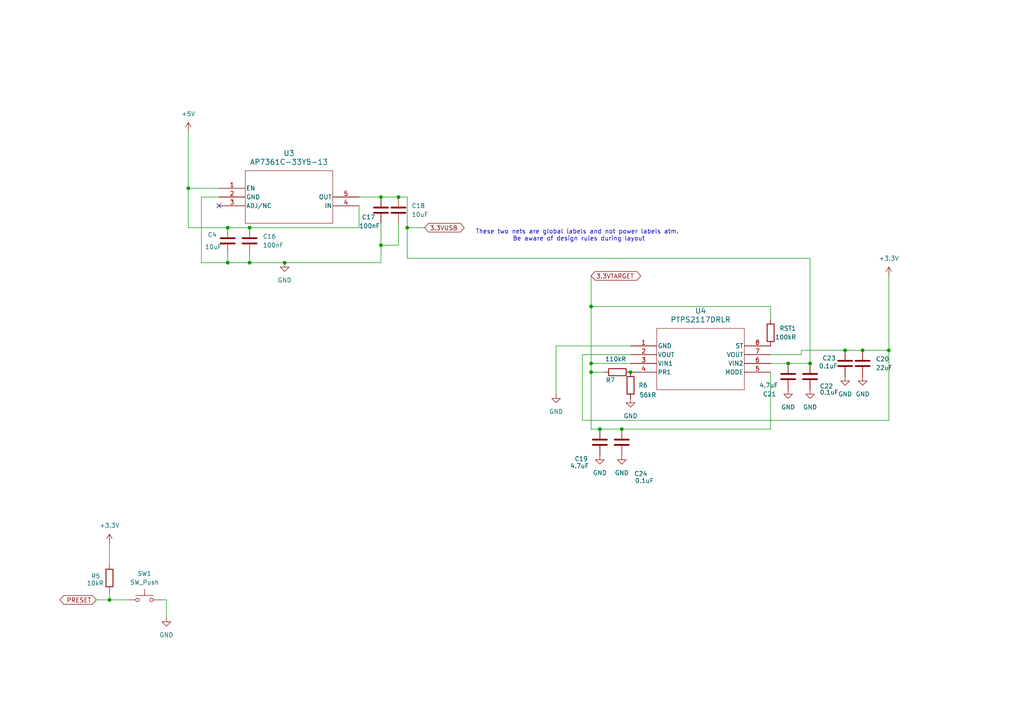
<source format=kicad_sch>
(kicad_sch (version 20250114) (generator "eeschema") (generator_version "9.0")
  (paper "A4")
  (lib_symbols
    (symbol "Device:C" (pin_numbers (hide yes)) (pin_names (offset 0.254))
      (property "Reference" "C" (at 0.635 2.54 0))
      (property "Value" "C" (at 0.635 -2.54 0))
      (symbol "C_0_1"
        (polyline (pts (xy -2.032 0.762) (xy 2.032 0.762)) (stroke (width 0.508)))
        (polyline (pts (xy -2.032 -0.762) (xy 2.032 -0.762)) (stroke (width 0.508)))
      )
      (symbol "C_1_1"
        (pin passive line (at 0 3.81 270) (length 2.794) (name "~") (number "1"))
        (pin passive line (at 0 -3.81 90) (length 2.794) (name "~") (number "2"))
      )
    )
    (symbol "Device:R" (pin_numbers (hide yes)) (pin_names (offset 0))
      (property "Reference" "R" (at 2.032 0 90))
      (property "Value" "R" (at 0 0 90))
      (symbol "R_0_1"
        (rectangle (start -1.016 -2.54) (end 1.016 2.54) (stroke (width 0.254)))
      )
      (symbol "R_1_1"
        (pin passive line (at 0 3.81 270) (length 1.27) (name "~") (number "1"))
        (pin passive line (at 0 -3.81 90) (length 1.27) (name "~") (number "2"))
      )
    )
    (symbol "LDO_ShamanLink:AP7361C-33Y5-13" (pin_names (offset 0.254))
      (property "Reference" "U" (at 20.32 10.16 0))
      (property "Value" "AP7361C-33Y5-13" (at 20.32 7.62 0))
      (symbol "AP7361C-33Y5-13_0_1"
        (polyline (pts (xy 7.62 5.08) (xy 7.62 -10.16)) (stroke (width 0.127)))
        (polyline (pts (xy 7.62 -10.16) (xy 33.02 -10.16)) (stroke (width 0.127)))
        (polyline (pts (xy 33.02 5.08) (xy 7.62 5.08)) (stroke (width 0.127)))
        (polyline (pts (xy 33.02 -10.16) (xy 33.02 5.08)) (stroke (width 0.127)))
        (pin input line (at 0 0 0) (length 7.62) (name "EN") (number "1"))
        (pin power_out line (at 0 -2.54 0) (length 7.62) (name "GND") (number "2"))
        (pin unspecified line (at 0 -5.08 0) (length 7.62) (name "ADJ/NC") (number "3"))
        (pin power_in line (at 40.64 -2.54 180) (length 7.62) (name "OUT") (number "5"))
        (pin power_in line (at 40.64 -5.08 180) (length 7.62) (name "IN") (number "4"))
      )
    )
    (symbol "Switch:SW_Push" (pin_numbers (hide yes)) (pin_names (offset 1.016) (hide yes))
      (property "Reference" "SW" (at 1.27 2.54 0))
      (property "Value" "SW_Push" (at 0 -1.524 0))
      (symbol "SW_Push_0_1"
        (circle (center -2.032 0) (radius 0.508))
        (polyline (pts (xy 0 1.27) (xy 0 3.048)))
        (circle (center 2.032 0) (radius 0.508))
        (polyline (pts (xy 2.54 1.27) (xy -2.54 1.27)))
        (pin passive line (at -5.08 0 0) (length 2.54) (name "1") (number "1"))
        (pin passive line (at 5.08 0 180) (length 2.54) (name "2") (number "2"))
      )
    )
    (symbol "TPS2117:PTPS2117DRLR" (pin_names (offset 0.254))
      (property "Reference" "U" (at 20.32 10.16 0))
      (property "Value" "PTPS2117DRLR" (at 20.32 7.62 0))
      (symbol "PTPS2117DRLR_0_1"
        (polyline (pts (xy 7.62 5.08) (xy 7.62 -12.7)) (stroke (width 0.127)))
        (polyline (pts (xy 7.62 -12.7) (xy 33.02 -12.7)) (stroke (width 0.127)))
        (polyline (pts (xy 33.02 5.08) (xy 7.62 5.08)) (stroke (width 0.127)))
        (polyline (pts (xy 33.02 -12.7) (xy 33.02 5.08)) (stroke (width 0.127)))
        (pin power_out line (at 0 0 0) (length 7.62) (name "GND") (number "1"))
        (pin output line (at 0 -2.54 0) (length 7.62) (name "VOUT") (number "2"))
        (pin input line (at 0 -5.08 0) (length 7.62) (name "VIN1") (number "3"))
        (pin input line (at 0 -7.62 0) (length 7.62) (name "PR1") (number "4"))
        (pin output line (at 40.64 0 180) (length 7.62) (name "ST") (number "8"))
        (pin output line (at 40.64 -2.54 180) (length 7.62) (name "VOUT") (number "7"))
        (pin input line (at 40.64 -5.08 180) (length 7.62) (name "VIN2") (number "6"))
        (pin input line (at 40.64 -7.62 180) (length 7.62) (name "MODE") (number "5"))
      )
    )
    (symbol "power:+3.3V" (power) (pin_numbers (hide yes)) (pin_names (offset 0) (hide yes))
      (property "Value" "+3.3V" (at 0 3.556 0))
      (symbol "+3.3V_0_1"
        (polyline (pts (xy -0.762 1.27) (xy 0 2.54)))
        (polyline (pts (xy 0 2.54) (xy 0.762 1.27)))
        (polyline (pts (xy 0 0) (xy 0 2.54)))
      )
      (symbol "+3.3V_1_1"
        (pin power_in line (at 0 0 90) (length 0) (name "~") (number "1"))
      )
    )
    (symbol "power:+5V" (power) (pin_numbers (hide yes)) (pin_names (offset 0) (hide yes))
      (property "Value" "+5V" (at 0 3.556 0))
      (symbol "+5V_0_1"
        (polyline (pts (xy -0.762 1.27) (xy 0 2.54)))
        (polyline (pts (xy 0 2.54) (xy 0.762 1.27)))
        (polyline (pts (xy 0 0) (xy 0 2.54)))
      )
      (symbol "+5V_1_1"
        (pin power_in line (at 0 0 90) (length 0) (name "~") (number "1"))
      )
    )
    (symbol "power:GND" (power) (pin_numbers (hide yes)) (pin_names (offset 0) (hide yes))
      (property "Value" "GND" (at 0 -3.81 0))
      (symbol "GND_0_1"
        (polyline (pts (xy 0 0) (xy 0 -1.27) (xy 1.27 -1.27) (xy 0 -2.54) (xy -1.27 -1.27) (xy 0 -1.27)))
      )
      (symbol "GND_1_1"
        (pin power_in line (at 0 0 270) (length 0) (name "~") (number "1"))
      )
    )
  )
  (text "These two nets are global labels and not power labels atm. \nBe aware of design rules during layout" (at 167.894 68.326 0) (effects (font (size 1.27 1.27))))
  (junction (at 180.34 124.46))
  (junction (at 54.61 54.61))
  (junction (at 228.6 105.41))
  (junction (at 171.45 107.95))
  (junction (at 234.95 105.41))
  (junction (at 66.04 76.2))
  (junction (at 72.39 76.2))
  (junction (at 66.04 66.04))
  (junction (at 31.75 173.99))
  (junction (at 173.99 124.46))
  (junction (at 118.11 66.04))
  (junction (at 110.49 71.12))
  (junction (at 171.45 88.9))
  (junction (at 171.45 105.41))
  (junction (at 82.55 76.2))
  (junction (at 182.88 107.95))
  (junction (at 115.57 57.15))
  (junction (at 245.11 101.6))
  (junction (at 72.39 66.04))
  (junction (at 110.49 57.15))
  (junction (at 250.19 101.6))
  (junction (at 257.81 101.6))
  (no_connect (at 63.5 59.69))
  (wire (pts (xy 234.95 74.93) (xy 118.11 74.93)))
  (wire (pts (xy 180.34 124.46) (xy 173.99 124.46)))
  (wire (pts (xy 82.55 76.2) (xy 110.49 76.2)))
  (wire (pts (xy 250.19 101.6) (xy 245.11 101.6)))
  (wire (pts (xy 257.81 80.01) (xy 257.81 101.6)))
  (wire (pts (xy 66.04 66.04) (xy 54.61 66.04)))
  (wire (pts (xy 48.26 173.99) (xy 46.99 173.99)))
  (wire (pts (xy 66.04 73.66) (xy 66.04 76.2)))
  (wire (pts (xy 110.49 57.15) (xy 115.57 57.15)))
  (wire (pts (xy 54.61 54.61) (xy 54.61 66.04)))
  (wire (pts (xy 31.75 157.48) (xy 31.75 163.83)))
  (wire (pts (xy 72.39 76.2) (xy 82.55 76.2)))
  (wire (pts (xy 72.39 66.04) (xy 66.04 66.04)))
  (wire (pts (xy 115.57 57.15) (xy 118.11 57.15)))
  (wire (pts (xy 223.52 107.95) (xy 223.52 124.46)))
  (wire (pts (xy 104.14 66.04) (xy 72.39 66.04)))
  (wire (pts (xy 171.45 80.01) (xy 171.45 88.9)))
  (wire (pts (xy 182.88 102.87) (xy 168.91 102.87)))
  (wire (pts (xy 223.52 88.9) (xy 223.52 92.71)))
  (wire (pts (xy 104.14 57.15) (xy 110.49 57.15)))
  (wire (pts (xy 31.75 173.99) (xy 36.83 173.99)))
  (wire (pts (xy 115.57 71.12) (xy 110.49 71.12)))
  (wire (pts (xy 182.88 105.41) (xy 171.45 105.41)))
  (wire (pts (xy 63.5 57.15) (xy 58.42 57.15)))
  (wire (pts (xy 232.41 102.87) (xy 232.41 101.6)))
  (wire (pts (xy 54.61 38.1) (xy 54.61 54.61)))
  (wire (pts (xy 58.42 76.2) (xy 66.04 76.2)))
  (wire (pts (xy 161.29 100.33) (xy 182.88 100.33)))
  (wire (pts (xy 171.45 124.46) (xy 171.45 107.95)))
  (wire (pts (xy 115.57 64.77) (xy 115.57 71.12)))
  (wire (pts (xy 27.94 173.99) (xy 31.75 173.99)))
  (wire (pts (xy 171.45 88.9) (xy 223.52 88.9)))
  (wire (pts (xy 223.52 124.46) (xy 180.34 124.46)))
  (wire (pts (xy 168.91 102.87) (xy 168.91 121.92)))
  (wire (pts (xy 31.75 171.45) (xy 31.75 173.99)))
  (wire (pts (xy 173.99 124.46) (xy 171.45 124.46)))
  (wire (pts (xy 175.26 107.95) (xy 171.45 107.95)))
  (wire (pts (xy 223.52 105.41) (xy 228.6 105.41)))
  (wire (pts (xy 223.52 102.87) (xy 232.41 102.87)))
  (wire (pts (xy 58.42 57.15) (xy 58.42 76.2)))
  (wire (pts (xy 72.39 73.66) (xy 72.39 76.2)))
  (wire (pts (xy 232.41 101.6) (xy 245.11 101.6)))
  (wire (pts (xy 168.91 121.92) (xy 257.81 121.92)))
  (wire (pts (xy 161.29 114.3) (xy 161.29 100.33)))
  (wire (pts (xy 66.04 76.2) (xy 72.39 76.2)))
  (wire (pts (xy 110.49 76.2) (xy 110.49 71.12)))
  (wire (pts (xy 54.61 54.61) (xy 63.5 54.61)))
  (wire (pts (xy 257.81 121.92) (xy 257.81 101.6)))
  (wire (pts (xy 118.11 57.15) (xy 118.11 66.04)))
  (wire (pts (xy 171.45 107.95) (xy 171.45 105.41)))
  (wire (pts (xy 228.6 105.41) (xy 234.95 105.41)))
  (wire (pts (xy 48.26 173.99) (xy 48.26 179.07)))
  (wire (pts (xy 110.49 71.12) (xy 110.49 64.77)))
  (wire (pts (xy 171.45 105.41) (xy 171.45 88.9)))
  (wire (pts (xy 118.11 66.04) (xy 123.19 66.04)))
  (wire (pts (xy 257.81 101.6) (xy 250.19 101.6)))
  (wire (pts (xy 104.14 59.69) (xy 104.14 66.04)))
  (wire (pts (xy 118.11 74.93) (xy 118.11 66.04)))
  (wire (pts (xy 234.95 74.93) (xy 234.95 105.41)))
  (global_label "3.3VTARGET" (shape bidirectional) (at 171.45 80.01 0) (property "Intersheetrefs" "${INTERSHEET_REFS}" (effects (hide yes))))
  (global_label "3.3VUSB" (shape bidirectional) (at 123.19 66.04 0) (property "Intersheetrefs" "${INTERSHEET_REFS}" (effects (hide yes))))
  (global_label "PRESET" (shape bidirectional) (at 27.94 173.99 180) (property "Intersheetrefs" "${INTERSHEET_REFS}" (effects (hide yes))))
  (symbol (lib_id "power:+5V") (at 54.61 38.1 0) (unit 1)
    (property "Reference" "#PWR044" (effects (hide yes)))
    (property "Value" "+5V" (at 54.61 33.02 0))
    (property "Description" "Power symbol creates a global label with name \"+5V\"" (effects (hide yes)))
  )
  (symbol (lib_id "Device:C") (at 180.34 128.27 0) (unit 1)
    (property "Reference" "C24" (at 183.896 137.414 0) (effects (justify left)))
    (property "Value" "0.1uF" (at 184.15 139.446 0) (effects (justify left)))
    (property "Footprint" "Capacitor_SMD:C_0805_2012Metric_Pad1.18x1.45mm_HandSolder" (effects (hide yes)))
    (property "Description" "Unpolarized capacitor" (effects (hide yes)))
  )
  (symbol (lib_id "power:+3.3V") (at 31.75 157.48 0) (unit 1)
    (property "Reference" "#PWR046" (effects (hide yes)))
    (property "Value" "+3.3V" (at 31.75 152.4 0))
    (property "Description" "Power symbol creates a global label with name \"+3.3V\"" (effects (hide yes)))
  )
  (symbol (lib_id "Device:R") (at 31.75 167.64 0) (unit 1)
    (property "Reference" "R5" (at 26.416 167.132 0) (effects (justify left)))
    (property "Value" "10kR" (at 25.146 169.164 0) (effects (justify left)))
    (property "Footprint" "Resistor_SMD:R_0805_2012Metric_Pad1.20x1.40mm_HandSolder" (effects (hide yes)))
    (property "Description" "Resistor" (effects (hide yes)))
  )
  (symbol (lib_id "Device:R") (at 223.52 96.52 0) (unit 1)
    (property "Reference" "RST1" (at 226.06 95.2499 0) (effects (justify left)))
    (property "Value" "100kR" (at 224.79 97.79 0) (effects (justify left)))
    (property "Footprint" "Resistor_SMD:R_0805_2012Metric_Pad1.20x1.40mm_HandSolder" (effects (hide yes)))
    (property "Description" "Resistor" (effects (hide yes)))
  )
  (symbol (lib_id "Device:C") (at 110.49 60.96 0) (unit 1)
    (property "Reference" "C17" (at 104.902 62.992 0) (effects (justify left)))
    (property "Value" "100nF" (at 104.14 65.532 0) (effects (justify left)))
    (property "Footprint" "Capacitor_SMD:C_0805_2012Metric_Pad1.18x1.45mm_HandSolder" (effects (hide yes)))
    (property "Description" "Unpolarized capacitor" (effects (hide yes)))
  )
  (symbol (lib_id "power:GND") (at 173.99 132.08 0) (unit 1)
    (property "Reference" "#PWR027" (effects (hide yes)))
    (property "Value" "GND" (at 173.99 137.16 0))
    (property "Description" "Power symbol creates a global label with name \"GND\" , ground" (effects (hide yes)))
  )
  (symbol (lib_id "LDO_ShamanLink:AP7361C-33Y5-13") (at 63.5 54.61 0) (unit 1)
    (property "Reference" "U3" (at 83.82 44.45 0) (effects (font (size 1.524 1.524))))
    (property "Value" "AP7361C-33Y5-13" (at 83.82 46.99 0) (effects (font (size 1.524 1.524))))
    (property "Footprint" "LDO_ShamanLink:SOT89-5_DIO" (effects (hide yes)))
    (property "Datasheet" "AP7361C-33Y5-13" (effects (hide yes)))
  )
  (symbol (lib_id "power:GND") (at 82.55 76.2 0) (unit 1)
    (property "Reference" "#PWR020" (effects (hide yes)))
    (property "Value" "GND" (at 82.55 81.28 0))
    (property "Description" "Power symbol creates a global label with name \"GND\" , ground" (effects (hide yes)))
  )
  (symbol (lib_id "Device:C") (at 72.39 69.85 0) (unit 1)
    (property "Reference" "C16" (at 76.2 68.5799 0) (effects (justify left)))
    (property "Value" "100nF" (at 76.2 71.1199 0) (effects (justify left)))
    (property "Footprint" "Capacitor_SMD:C_0805_2012Metric_Pad1.18x1.45mm_HandSolder" (effects (hide yes)))
    (property "Description" "Unpolarized capacitor" (effects (hide yes)))
  )
  (symbol (lib_id "Device:C") (at 66.04 69.85 0) (unit 1)
    (property "Reference" "C4" (at 60.198 68.072 0) (effects (justify left)))
    (property "Value" "10uF" (at 59.436 71.628 0) (effects (justify left)))
    (property "Footprint" "Capacitor_SMD:C_0805_2012Metric_Pad1.18x1.45mm_HandSolder" (effects (hide yes)))
    (property "Description" "Unpolarized capacitor" (effects (hide yes)))
  )
  (symbol (lib_id "Device:C") (at 228.6 109.22 0) (unit 1)
    (property "Reference" "C21" (at 221.234 114.3 0) (effects (justify left)))
    (property "Value" "4.7uF" (at 220.218 111.76 0) (effects (justify left)))
    (property "Footprint" "Capacitor_SMD:C_0805_2012Metric_Pad1.18x1.45mm_HandSolder" (effects (hide yes)))
    (property "Description" "Unpolarized capacitor" (effects (hide yes)))
  )
  (symbol (lib_id "power:GND") (at 48.26 179.07 0) (unit 1)
    (property "Reference" "#PWR023" (effects (hide yes)))
    (property "Value" "GND" (at 48.26 184.15 0))
    (property "Description" "Power symbol creates a global label with name \"GND\" , ground" (effects (hide yes)))
  )
  (symbol (lib_id "Switch:SW_Push") (at 41.91 173.99 0) (unit 1)
    (property "Reference" "SW1" (at 41.91 166.37 0))
    (property "Value" "SW_Push" (at 41.91 168.91 0))
    (property "Footprint" "Button_Switch_SMD:SW_SPST_PTS645Sx43SMTR92" (effects (hide yes)))
    (property "Description" "Push button switch, generic, two pins" (effects (hide yes)))
  )
  (symbol (lib_id "power:GND") (at 180.34 132.08 0) (unit 1)
    (property "Reference" "#PWR026" (effects (hide yes)))
    (property "Value" "GND" (at 180.34 137.16 0))
    (property "Description" "Power symbol creates a global label with name \"GND\" , ground" (effects (hide yes)))
  )
  (symbol (lib_id "TPS2117:PTPS2117DRLR") (at 182.88 100.33 0) (unit 1)
    (property "Reference" "U4" (at 203.2 90.17 0) (effects (font (size 1.524 1.524))))
    (property "Value" "PTPS2117DRLR" (at 203.2 92.71 0) (effects (font (size 1.524 1.524))))
    (property "Footprint" "TPS2117:SOT-5X3-8_DRL_TEX-M" (effects (hide yes)))
    (property "Datasheet" "https://www.ti.com/lit/gpn/tps2117" (effects (hide yes)))
  )
  (symbol (lib_id "power:GND") (at 435.61 260.35 0) (unit 1)
    (property "Reference" "#PWR021" (effects (hide yes)))
    (property "Value" "GND" (at 435.61 265.43 0))
    (property "Description" "Power symbol creates a global label with name \"GND\" , ground" (effects (hide yes)))
  )
  (symbol (lib_id "power:GND") (at 182.88 115.57 0) (unit 1)
    (property "Reference" "#PWR025" (effects (hide yes)))
    (property "Value" "GND" (at 182.88 120.65 0))
    (property "Description" "Power symbol creates a global label with name \"GND\" , ground" (effects (hide yes)))
  )
  (symbol (lib_id "power:GND") (at 161.29 114.3 0) (unit 1)
    (property "Reference" "#PWR024" (effects (hide yes)))
    (property "Value" "GND" (at 161.29 119.38 0))
    (property "Description" "Power symbol creates a global label with name \"GND\" , ground" (effects (hide yes)))
  )
  (symbol (lib_id "Device:C") (at 115.57 60.96 0) (unit 1)
    (property "Reference" "C18" (at 119.38 59.6899 0) (effects (justify left)))
    (property "Value" "10uF" (at 119.38 62.2299 0) (effects (justify left)))
    (property "Footprint" "Capacitor_SMD:C_0805_2012Metric_Pad1.18x1.45mm_HandSolder" (effects (hide yes)))
    (property "Description" "Unpolarized capacitor" (effects (hide yes)))
  )
  (symbol (lib_id "Device:R") (at 179.07 107.95 90) (unit 1)
    (property "Reference" "R7" (at 177.038 110.236 90))
    (property "Value" "110kR" (at 178.562 104.14 90))
    (property "Footprint" "Resistor_SMD:R_0805_2012Metric_Pad1.20x1.40mm_HandSolder" (effects (hide yes)))
    (property "Description" "Resistor" (effects (hide yes)))
  )
  (symbol (lib_id "Device:C") (at 250.19 105.41 0) (unit 1)
    (property "Reference" "C20" (at 254 104.1399 0) (effects (justify left)))
    (property "Value" "22uF" (at 254 106.6799 0) (effects (justify left)))
    (property "Footprint" "Capacitor_SMD:C_1206_3216Metric_Pad1.33x1.80mm_HandSolder" (effects (hide yes)))
    (property "Description" "Unpolarized capacitor" (effects (hide yes)))
  )
  (symbol (lib_id "power:GND") (at 234.95 113.03 0) (unit 1)
    (property "Reference" "#PWR030" (effects (hide yes)))
    (property "Value" "GND" (at 234.95 118.11 0))
    (property "Description" "Power symbol creates a global label with name \"GND\" , ground" (effects (hide yes)))
  )
  (symbol (lib_id "Device:C") (at 245.11 105.41 0) (unit 1)
    (property "Reference" "C23" (at 238.506 103.886 0) (effects (justify left)))
    (property "Value" "0.1uF" (at 237.49 106.172 0) (effects (justify left)))
    (property "Footprint" "Capacitor_SMD:C_0805_2012Metric_Pad1.18x1.45mm_HandSolder" (effects (hide yes)))
    (property "Description" "Unpolarized capacitor" (effects (hide yes)))
  )
  (symbol (lib_id "Device:R") (at 182.88 111.76 0) (unit 1)
    (property "Reference" "R6" (at 185.166 111.76 0) (effects (justify left)))
    (property "Value" "56kR" (at 185.42 114.554 0) (effects (justify left)))
    (property "Footprint" "Resistor_SMD:R_0805_2012Metric_Pad1.20x1.40mm_HandSolder" (effects (hide yes)))
    (property "Description" "Resistor" (effects (hide yes)))
  )
  (symbol (lib_id "power:GND") (at 250.19 109.22 0) (unit 1)
    (property "Reference" "#PWR029" (effects (hide yes)))
    (property "Value" "GND" (at 250.19 114.3 0))
    (property "Description" "Power symbol creates a global label with name \"GND\" , ground" (effects (hide yes)))
  )
  (symbol (lib_id "power:GND") (at 245.11 109.22 0) (unit 1)
    (property "Reference" "#PWR028" (effects (hide yes)))
    (property "Value" "GND" (at 245.11 114.3 0))
    (property "Description" "Power symbol creates a global label with name \"GND\" , ground" (effects (hide yes)))
  )
  (symbol (lib_id "power:+3.3V") (at 257.81 80.01 0) (unit 1)
    (property "Reference" "#PWR045" (effects (hide yes)))
    (property "Value" "+3.3V" (at 257.81 74.93 0))
    (property "Description" "Power symbol creates a global label with name \"+3.3V\"" (effects (hide yes)))
  )
  (symbol (lib_id "power:GND") (at 228.6 113.03 0) (unit 1)
    (property "Reference" "#PWR031" (effects (hide yes)))
    (property "Value" "GND" (at 228.6 118.11 0))
    (property "Description" "Power symbol creates a global label with name \"GND\" , ground" (effects (hide yes)))
  )
  (symbol (lib_id "Device:C") (at 173.99 128.27 0) (unit 1)
    (property "Reference" "C19" (at 166.624 133.096 0) (effects (justify left)))
    (property "Value" "4.7uF" (at 165.354 135.128 0) (effects (justify left)))
    (property "Footprint" "Capacitor_SMD:C_0805_2012Metric_Pad1.18x1.45mm_HandSolder" (effects (hide yes)))
    (property "Description" "Unpolarized capacitor" (effects (hide yes)))
  )
  (symbol (lib_id "Device:C") (at 234.95 109.22 0) (unit 1)
    (property "Reference" "C22" (at 237.744 112.014 0) (effects (justify left)))
    (property "Value" "0.1uF" (at 237.744 113.792 0) (effects (justify left)))
    (property "Footprint" "Capacitor_SMD:C_0805_2012Metric_Pad1.18x1.45mm_HandSolder" (effects (hide yes)))
    (property "Description" "Unpolarized capacitor" (effects (hide yes)))
  )
)
</source>
